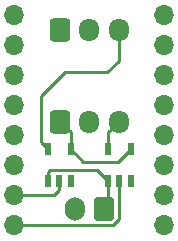
<source format=gbr>
%TF.GenerationSoftware,KiCad,Pcbnew,(6.0.0)*%
%TF.CreationDate,2022-12-15T21:07:09-05:00*%
%TF.ProjectId,Stepstick_Pixel,53746570-7374-4696-936b-5f506978656c,rev?*%
%TF.SameCoordinates,Original*%
%TF.FileFunction,Copper,L2,Bot*%
%TF.FilePolarity,Positive*%
%FSLAX46Y46*%
G04 Gerber Fmt 4.6, Leading zero omitted, Abs format (unit mm)*
G04 Created by KiCad (PCBNEW (6.0.0)) date 2022-12-15 21:07:09*
%MOMM*%
%LPD*%
G01*
G04 APERTURE LIST*
G04 Aperture macros list*
%AMRoundRect*
0 Rectangle with rounded corners*
0 $1 Rounding radius*
0 $2 $3 $4 $5 $6 $7 $8 $9 X,Y pos of 4 corners*
0 Add a 4 corners polygon primitive as box body*
4,1,4,$2,$3,$4,$5,$6,$7,$8,$9,$2,$3,0*
0 Add four circle primitives for the rounded corners*
1,1,$1+$1,$2,$3*
1,1,$1+$1,$4,$5*
1,1,$1+$1,$6,$7*
1,1,$1+$1,$8,$9*
0 Add four rect primitives between the rounded corners*
20,1,$1+$1,$2,$3,$4,$5,0*
20,1,$1+$1,$4,$5,$6,$7,0*
20,1,$1+$1,$6,$7,$8,$9,0*
20,1,$1+$1,$8,$9,$2,$3,0*%
G04 Aperture macros list end*
%TA.AperFunction,ComponentPad*%
%ADD10RoundRect,0.250000X-0.600000X-0.725000X0.600000X-0.725000X0.600000X0.725000X-0.600000X0.725000X0*%
%TD*%
%TA.AperFunction,ComponentPad*%
%ADD11O,1.700000X1.950000*%
%TD*%
%TA.AperFunction,ComponentPad*%
%ADD12O,1.700000X1.700000*%
%TD*%
%TA.AperFunction,ComponentPad*%
%ADD13RoundRect,0.250000X0.600000X0.750000X-0.600000X0.750000X-0.600000X-0.750000X0.600000X-0.750000X0*%
%TD*%
%TA.AperFunction,ComponentPad*%
%ADD14O,1.700000X2.000000*%
%TD*%
%TA.AperFunction,SMDPad,CuDef*%
%ADD15R,0.600000X1.050000*%
%TD*%
%TA.AperFunction,Conductor*%
%ADD16C,0.250000*%
%TD*%
G04 APERTURE END LIST*
D10*
%TO.P,J4,1,Pin_1*%
%TO.N,VCC*%
X130850000Y-80120000D03*
D11*
%TO.P,J4,2,Pin_2*%
%TO.N,GND*%
X133350000Y-80120000D03*
%TO.P,J4,3,Pin_3*%
%TO.N,/Data2*%
X135850000Y-80120000D03*
%TD*%
D12*
%TO.P,U3,1,~{Enable}*%
%TO.N,/~{Enable}*%
X127000000Y-71120000D03*
%TO.P,U3,2,MS1*%
%TO.N,/MS1*%
X127000000Y-73660000D03*
%TO.P,U3,3,MS2*%
%TO.N,/MS2*%
X127000000Y-76200000D03*
%TO.P,U3,4,MS3*%
%TO.N,/MS3*%
X127000000Y-78740000D03*
%TO.P,U3,5,~{Reset}*%
%TO.N,/~{RESET}*%
X127000000Y-81280000D03*
%TO.P,U3,6,~{Sleep}*%
%TO.N,/~{SLEEP}*%
X127000000Y-83820000D03*
%TO.P,U3,7,Step*%
%TO.N,/STEP*%
X127000000Y-86360000D03*
%TO.P,U3,8,Dir*%
%TO.N,/DIR*%
X127000000Y-88900000D03*
%TO.P,U3,9,Gnd*%
%TO.N,GND*%
X139700000Y-88900000D03*
%TO.P,U3,10,VDD*%
%TO.N,/VDD*%
X139700000Y-86360000D03*
%TO.P,U3,11,1B*%
%TO.N,/1B*%
X139700000Y-83820000D03*
%TO.P,U3,12,1A*%
%TO.N,/1A*%
X139700000Y-81280000D03*
%TO.P,U3,13,2A*%
%TO.N,/2A*%
X139700000Y-78740000D03*
%TO.P,U3,14,2B*%
%TO.N,/2B*%
X139700000Y-76200000D03*
%TO.P,U3,15,Mot_Gnd*%
%TO.N,/MOT_GND*%
X139700000Y-73660000D03*
%TO.P,U3,16,Vmot*%
%TO.N,/VMOT*%
X139700000Y-71120000D03*
%TD*%
D13*
%TO.P,J5,1,Pin_1*%
%TO.N,GND*%
X134600000Y-87520000D03*
D14*
%TO.P,J5,2,Pin_2*%
%TO.N,VCC*%
X132100000Y-87520000D03*
%TD*%
D10*
%TO.P,J3,1,Pin_1*%
%TO.N,VCC*%
X130850000Y-72373000D03*
D11*
%TO.P,J3,2,Pin_2*%
%TO.N,GND*%
X133350000Y-72373000D03*
%TO.P,J3,3,Pin_3*%
%TO.N,/Data1*%
X135850000Y-72373000D03*
%TD*%
D15*
%TO.P,U2,1*%
%TO.N,N/C*%
X136840000Y-85170000D03*
%TO.P,U2,2*%
%TO.N,/DIR*%
X135890000Y-85170000D03*
%TO.P,U2,3,GND*%
%TO.N,GND*%
X134940000Y-85170000D03*
%TO.P,U2,4*%
%TO.N,/Data2*%
X134940000Y-82470000D03*
%TO.P,U2,5,VCC*%
%TO.N,VCC*%
X136840000Y-82470000D03*
%TD*%
%TO.P,U1,1*%
%TO.N,N/C*%
X131760000Y-85170000D03*
%TO.P,U1,2*%
%TO.N,/STEP*%
X130810000Y-85170000D03*
%TO.P,U1,3,GND*%
%TO.N,GND*%
X129860000Y-85170000D03*
%TO.P,U1,4*%
%TO.N,/Data1*%
X129860000Y-82470000D03*
%TO.P,U1,5,VCC*%
%TO.N,VCC*%
X131760000Y-82470000D03*
%TD*%
D16*
%TO.N,/STEP*%
X130395000Y-86360000D02*
X130810000Y-85945000D01*
X130810000Y-85945000D02*
X130810000Y-85170000D01*
X127000000Y-86360000D02*
X130395000Y-86360000D01*
%TO.N,/DIR*%
X127000000Y-88900000D02*
X135382493Y-88900000D01*
X135382493Y-88900000D02*
X135890000Y-88392493D01*
X135890000Y-88392493D02*
X135890000Y-85170000D01*
%TO.N,GND*%
X134020511Y-84250511D02*
X134940000Y-85170000D01*
X134940000Y-85170000D02*
X134940000Y-87180000D01*
X134940000Y-87180000D02*
X134600000Y-87520000D01*
X130004489Y-84250511D02*
X134020511Y-84250511D01*
X129860000Y-85170000D02*
X129860000Y-84395000D01*
X129860000Y-84395000D02*
X130004489Y-84250511D01*
%TO.N,VCC*%
X131760000Y-82470000D02*
X132816000Y-83526000D01*
X131760000Y-82470000D02*
X131760000Y-81030000D01*
X135784000Y-83526000D02*
X136840000Y-82470000D01*
X132816000Y-83526000D02*
X135784000Y-83526000D01*
X131760000Y-81030000D02*
X130850000Y-80120000D01*
%TO.N,/Data1*%
X135850000Y-74970000D02*
X134874000Y-75946000D01*
X129286000Y-77978000D02*
X129286000Y-81896000D01*
X129286000Y-77978000D02*
X131318000Y-75946000D01*
X135850000Y-73135000D02*
X135850000Y-74970000D01*
X129286000Y-81896000D02*
X129860000Y-82470000D01*
X134874000Y-75946000D02*
X131318000Y-75946000D01*
%TO.N,/Data2*%
X134940000Y-82470000D02*
X134940000Y-81030000D01*
X134940000Y-81030000D02*
X135850000Y-80120000D01*
%TD*%
M02*

</source>
